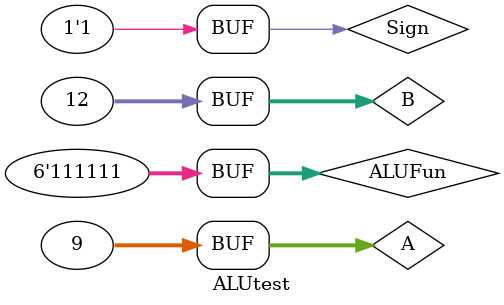
<source format=v>
`timescale 1ns/1ps
module ALUtest;
reg[31:0]A,B;
reg Sign;
reg [5:0]ALUFun;
wire[31:0]S;

ALU ALUs(.A(A),.B(B),.S(S),.Sign(Sign),.ALUFun(ALUFun));

initial
begin
A=32'd9;
B=32'd12;
Sign=1;
#104160 ALUFun=6'b000000;
#104160 ALUFun=6'b000001;

#104160 ALUFun=6'b011000;
#104160 ALUFun=6'b011110;
#104160 ALUFun=6'b010110;
#104160 ALUFun=6'b010001;
#104160 ALUFun=6'b011010;

#104160 ALUFun=6'b100000;
#104160 ALUFun=6'b100001;
#104160 ALUFun=6'b100011;

#104160 ALUFun=6'b110011;
#104160 ALUFun=6'b110001;
#104160 ALUFun=6'b110101;
#104160 ALUFun=6'b111101;
#104160 ALUFun=6'b111011;
#104160 ALUFun=6'b111111;
end

endmodule

</source>
